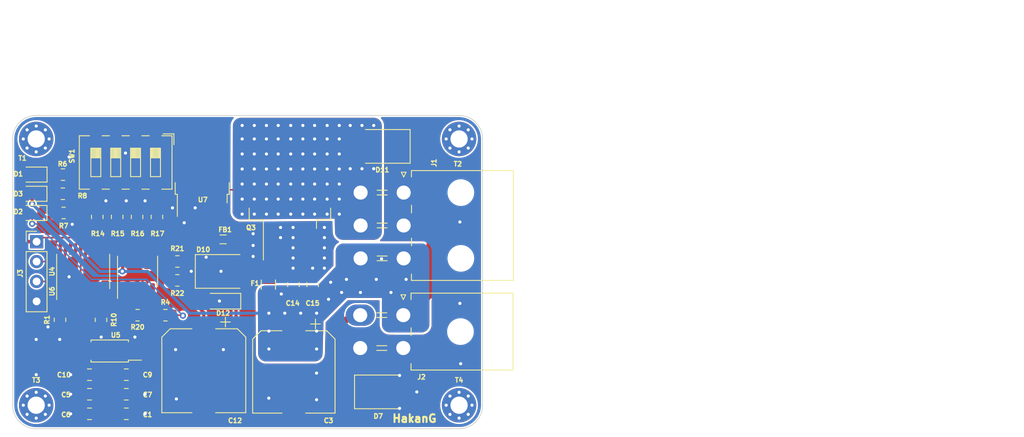
<source format=kicad_pcb>
(kicad_pcb (version 20210424) (generator pcbnew)
  (layers (0 "F.Cu" signal) (31 "B.Cu" signal) (34 "B.Paste" user) (35 "F.Paste" user) (36 "B.SilkS" user "B.Silkscreen") (37 "F.SilkS" user "F.Silkscreen") (38 "B.Mask" user) (39 "F.Mask" user) (44 "Edge.Cuts" user))
  (net 0 "")
  (net 1 "+3V3")
  (net 2 "Net-(C12-Pad1)")
  (net 3 "GND")
  (net 4 "Net-(R4-Pad1)")
  (net 5 "Net-(D1-Pad1)")
  (net 6 "Net-(D2-Pad1)")
  (net 7 "Net-(D3-Pad1)")
  (net 8 "/SWDIO")
  (net 9 "/SWDCLK")
  (net 12 "/MCU_IGN_OUT")
  (net 13 "/MCU_PULSE")
  (net 14 "/A")
  (net 15 "/B")
  (net 16 "/C")
  (net 17 "/D")
  (net 18 "/TX")
  (net 19 "/RX")
  (net 22 "Net-(R1-Pad2)")
  (net 23 "PULSE")
  (net 25 "IGN_OUT2")
  (net 27 "Net-(C3-Pad2)")
  (net 28 "Net-(D10-Pad2)")
  (net 29 "Net-(R20-Pad2)")
  (net 30 "Net-(R21-Pad1)")
  (net 33 "Vbat")
  (footprint "Resistor_SMD:R_0805_2012Metric" (layer "F.Cu") (at 128.70479 88.706 -90)
    (fp_text reference "R14")
    (fp_text value "10K")
  )
  (footprint "MountingHole:MountingHole_2.2mm_M2_Pad_Via" (layer "F.Cu") (at 120.90479 78.756)
    (fp_text reference "T1")
    (fp_text value "  ")
  )
  (footprint "Package_SO:SOIC-4_4.55x2.6mm_P1.27mm" (layer "F.Cu") (at 130.29479 105.832 180)
    (fp_text reference "U5")
    (fp_text value "TLP291")
  )
  (footprint "Capacitor_SMD:C_0805_2012Metric" (layer "F.Cu") (at 132.40479 108.856 180)
    (fp_text reference "C9")
    (fp_text value "100nF")
  )
  (footprint "Resistor_SMD:R_0805_2012Metric" (layer "F.Cu") (at 136.32479 88.706 -90)
    (fp_text reference "R17")
    (fp_text value "10K")
  )
  (footprint "Capacitor_SMD:C_0805_2012Metric" (layer "F.Cu") (at 127.70479 108.856 180)
    (fp_text reference "C10")
    (fp_text value "100nF")
  )
  (footprint "Inductor_SMD:L_0805_2012Metric" (layer "F.Cu") (at 144.77279 91.578 180)
    (fp_text reference "FB1")
    (fp_text value "100R")
  )
  (footprint "Connector_Molex:Molex_Mini-Fit_Jr_5569-04A2_2x02_P4.20mm_Horizontal" (layer "F.Cu") (at 167.77979 101.256 -90)
    (fp_text reference "J2")
    (fp_text value "HALL-SENS")
  )
  (footprint "Capacitor_SMD:CP_Elec_10x10" (layer "F.Cu") (at 153.80479 108.506 -90)
    (fp_text reference "C3")
    (fp_text value "470uF")
  )
  (footprint "Connector_Molex:Molex_Mini-Fit_Jr_5569-06A2_2x03_P4.20mm_Horizontal" (layer "F.Cu") (at 167.82979 85.606 -90)
    (fp_text reference "J1")
    (fp_text value "POWER")
  )
  (footprint "Diode_SMD:D_SMB" (layer "F.Cu") (at 144.77279 95.672)
    (fp_text reference "D10")
    (fp_text value "16,7V")
  )
  (footprint "Resistor_SMD:R_0805_2012Metric" (layer "F.Cu") (at 138.93079 96.818 180)
    (fp_text reference "R22")
    (fp_text value "10K")
  )
  (footprint "Button_Switch_SMD:SW_DIP_SPSTx04_Slide_6.7x11.72mm_W6.73mm_P2.54mm_LowProfile_JPin" (layer "F.Cu") (at 132.32679 81.756 -90)
    (fp_text reference "SW1")
    (fp_text value "SW_DIP_x04")
  )
  (footprint "Resistor_SMD:R_0805_2012Metric" (layer "F.Cu") (at 133.85079 101.26)
    (fp_text reference "R20")
    (fp_text value "220")
  )
  (footprint "Resistor_SMD:R_0805_2012Metric" (layer "F.Cu") (at 124.40479 88.206 180)
    (fp_text reference "R7")
    (fp_text value "330")
  )
  (footprint "Capacitor_SMD:C_0805_2012Metric" (layer "F.Cu") (at 127.704788 113.856 180)
    (fp_text reference "C6")
    (fp_text value "100nF")
  )
  (footprint "Fuse:Fuse_1206_3216Metric" (layer "F.Cu") (at 150.55479 97.356 90)
    (fp_text reference "F1")
    (fp_text value "Fuse")
  )
  (footprint "Capacitor_SMD:C_0805_2012Metric" (layer "F.Cu") (at 156.20279 97.356 90)
    (fp_text reference "C15")
    (fp_text value "100uF")
  )
  (footprint "Capacitor_SMD:C_0805_2012Metric" (layer "F.Cu") (at 127.70479 111.356 180)
    (fp_text reference "C5")
    (fp_text value "100nF")
  )
  (footprint "Resistor_SMD:R_0805_2012Metric" (layer "F.Cu") (at 124.31729 83.306 180)
    (fp_text reference "R6")
    (fp_text value "330")
  )
  (footprint "Diode_SMD:D_SOD-123" (layer "F.Cu") (at 144.77279 99.472 180)
    (fp_text reference "D12")
    (fp_text value "12V")
  )
  (footprint "Resistor_SMD:R_0805_2012Metric" (layer "F.Cu") (at 131.24479 88.706 -90)
    (fp_text reference "R15")
    (fp_text value "10K")
  )
  (footprint "Capacitor_SMD:CP_Elec_10x10.5" (layer "F.Cu") (at 142.30479 108.356 -90)
    (fp_text reference "C12")
    (fp_text value "1000uF")
  )
  (footprint "LED_SMD:LED_0805_2012Metric" (layer "F.Cu") (at 120.60479 83.306 180)
    (fp_text reference "D1")
    (fp_text value "LED")
  )
  (footprint "MountingHole:MountingHole_2.2mm_M2_Pad_Via" (layer "F.Cu") (at 174.90479 112.756)
    (fp_text reference "T4")
    (fp_text value "  ")
  )
  (footprint "Package_SO:TSSOP-20_4.4x6.5mm_P0.65mm" (layer "F.Cu") (at 126.90479 95.672 90)
    (fp_text reference "U4")
    (fp_text value "STM32L031F4Px")
  )
  (footprint "LED_SMD:LED_0805_2012Metric" (layer "F.Cu") (at 120.59229 88.206 180)
    (fp_text reference "D2")
    (fp_text value "LED")
  )
  (footprint "LED_SMD:LED_0805_2012Metric" (layer "F.Cu") (at 120.59229 85.756 180)
    (fp_text reference "D3")
    (fp_text value "LED")
  )
  (footprint "Resistor_SMD:R_0805_2012Metric" (layer "F.Cu") (at 133.78479 88.706 -90)
    (fp_text reference "R16")
    (fp_text value "10K")
  )
  (footprint "MountingHole:MountingHole_2.2mm_M2_Pad_Via" (layer "F.Cu") (at 120.90479 112.756)
    (fp_text reference "T3")
    (fp_text value "  ")
  )
  (footprint "Resistor_SMD:R_0805_2012Metric" (layer "F.Cu") (at 137.40679 101.26)
    (fp_text reference "R4")
    (fp_text value "330")
  )
  (footprint "Capacitor_SMD:C_0805_2012Metric" (layer "F.Cu") (at 153.75279 97.356 90)
    (fp_text reference "C14")
    (fp_text value "100uF")
  )
  (footprint "Connector_PinHeader_2.54mm:PinHeader_1x04_P2.54mm_Vertical" (layer "F.Cu") (at 120.95479 91.872)
    (fp_text reference "J3")
    (fp_text value "Conn_01x04")
  )
  (footprint "Resistor_SMD:R_0805_2012Metric" (layer "F.Cu") (at 138.93079 94.402)
    (fp_text reference "R21")
    (fp_text value "33")
  )
  (footprint "MountingHole:MountingHole_2.2mm_M2_Pad_Via" (layer "F.Cu") (at 174.90479 78.756)
    (fp_text reference "T2")
    (fp_text value "  ")
  )
  (footprint "Package_SO:SOIC-8_3.9x4.9mm_P1.27mm" (layer "F.Cu") (at 133.85079 95.672 90)
    (fp_text reference "U6")
    (fp_text value "TLP250")
  )
  (footprint "Diode_SMD:D_SMB" (layer "F.Cu") (at 165.10479 79.706 180)
    (fp_text reference "D11")
    (fp_text value "SMB 2A")
  )
  (footprint "Package_TO_SOT_SMD:TO-252-2" (layer "F.Cu") (at 142.10479 83.356 90)
    (fp_text reference "U7")
    (fp_text value "LM1117-3.3")
  )
  (footprint "Resistor_SMD:R_0805_2012Metric" (layer "F.Cu") (at 123.94479 101.8435 90)
    (fp_text reference "R1")
    (fp_text value "4K7")
  )
  (footprint "Package_TO_SOT_SMD:TO-263-2" (layer "F.Cu") (at 153.30479 86.131 90)
    (fp_text reference "Q3")
    (fp_text value "BUK9640")
  )
  (footprint "Resistor_SMD:R_0805_2012Metric" (layer "F.Cu") (at 129.17979 101.856 -90)
    (fp_text reference "R10")
    (fp_text value "1K")
  )
  (footprint "Diode_SMD:D_SMB" (layer "F.Cu") (at 165.10479 111.056)
    (fp_text reference "D7")
    (fp_text value "16,7V")
  )
  (footprint "Resistor_SMD:R_0805_2012Metric" (layer "F.Cu") (at 124.30479 85.756 180)
    (fp_text reference "R8")
    (fp_text value "330")
  )
  (footprint "Capacitor_SMD:C_0805_2012Metric" (layer "F.Cu") (at 132.40479 111.356)
    (fp_text reference "C7")
    (fp_text value "47nF")
  )
  (footprint "Capacitor_SMD:C_0805_2012Metric" (layer "F.Cu") (at 132.40479 113.856)
    (fp_text reference "C1")
    (fp_text value "100uF")
  )
  (gr_line (start 177.90479 78.756) (end 177.90479 112.756) (layer "Edge.Cuts") (width 0.1))
  (gr_arc (start 174.90479 112.756) (end 177.90479 112.756) (angle 90) (layer "Edge.Cuts") (width 0.1))
  (gr_line (start 117.90479 112.756) (end 117.90479 78.756) (layer "Edge.Cuts") (width 0.1))
  (gr_line (start 120.90479 75.756) (end 174.90479 75.756) (layer "Edge.Cuts") (width 0.1))
  (gr_line (start 174.90479 115.756) (end 120.90479 115.756) (layer "Edge.Cuts") (width 0.1))
  (gr_arc (start 174.90479 78.756) (end 177.90479 78.756) (angle -90) (layer "Edge.Cuts") (width 0.1))
  (gr_arc (start 120.90479 78.756) (end 117.90479 78.756) (angle 90) (layer "Edge.Cuts") (width 0.1))
  (gr_arc (start 120.90479 112.756) (end 120.90479 115.756) (angle 90) (layer "Edge.Cuts") (width 0.1))
  (gr_text "HakanG" (at 169.20479 114.456) (layer "F.SilkS") (effects (font (size 1 1) (thickness 0.25))))
  (segment (start 131.05679 78.391) (end 128.51679 78.391) (width 0.5) (layer "F.Cu") (net 1))
  (segment (start 126.57979 100.149) (end 126.57979 98.5345) (width 0.2) (layer "F.Cu") (net 1))
  (segment (start 118.61079 90.592) (end 119.89079 91.872) (width 0.4) (layer "F.Cu") (net 1))
  (segment (start 122.09131 82.03148) (end 120.94181 82.03148) (width 0.5) (layer "F.Cu") (net 1))
  (segment (start 128.51679 78.391) (end 125.73179 78.391) (width 0.5) (layer "F.Cu") (net 1))
  (segment (start 127.84479 106.467) (end 127.04479 106.467) (width 0.4) (layer "F.Cu") (net 1))
  (segment (start 120.51579 106.467) (end 127.04479 106.467) (width 0.4) (layer "F.Cu") (net 1))
  (segment (start 125.73179 78.391) (end 122.09131 82.03148) (width 0.5) (layer "F.Cu") (net 1))
  (segment (start 140.50979 81.261) (end 137.63979 78.391) (width 0.75) (layer "F.Cu") (net 1))
  (segment (start 128.654788 113.856) (end 131.45479 113.856) (width 0.4) (layer "F.Cu") (net 1))
  (segment (start 131.45479 113.856) (end 131.45479 111.356) (width 0.4) (layer "F.Cu") (net 1))
  (segment (start 126.57979 98.5345) (end 126.57979 92.8095) (width 0.2) (layer "F.Cu") (net 1))
  (segment (start 119.20479 92.556) (end 118.60479 93.156) (width 0.4) (layer "F.Cu") (net 1))
  (segment (start 121.40479 91.354) (end 126.23079 91.354) (width 0.2) (layer "F.Cu") (net 1))
  (segment (start 118.61079 83.79425) (end 118.61079 90.592) (width 0.4) (layer "F.Cu") (net 1))
  (segment (start 137.63979 78.391) (end 136.13679 78.391) (width 0.75) (layer "F.Cu") (net 1))
  (segment (start 136.13679 78.391) (end 133.59679 78.391) (width 0.5) (layer "F.Cu") (net 1))
  (segment (start 126.23079 91.354) (end 126.57979 91.703) (width 0.2) (layer "F.Cu") (net 1))
  (segment (start 128.65479 111.356) (end 128.65479 113.855998) (width 0.4) (layer "F.Cu") (net 1))
  (segment (start 128.65479 113.855998) (end 128.654788 113.856) (width 0.2) (layer "F.Cu") (net 1))
  (segment (start 118.60479 93.156) (end 118.60479 104.556) (width 0.4) (layer "F.Cu") (net 1))
  (segment (start 141.90479 81.261) (end 140.50979 81.261) (width 0.75) (layer "F.Cu") (net 1))
  (segment (start 121.05431 91.77248) (end 121.05431 91.70448) (width 0.2) (layer "F.Cu") (net 1))
  (segment (start 119.20679 92.556) (end 119.89079 91.872) (width 0.4) (layer "F.Cu") (net 1))
  (segment (start 125.46879 106.34) (end 125.46879 101.26) (width 0.2) (layer "F.Cu") (net 1))
  (segment (start 119.89079 91.872) (end 120.95479 91.872) (width 0.4) (layer "F.Cu") (net 1))
  (segment (start 127.84479 106.467) (end 128.65479 107.277) (width 0.4) (layer "F.Cu") (net 1))
  (segment (start 119.66729 83.306) (end 119.09904 83.306) (width 0.4) (layer "F.Cu") (net 1))
  (segment (start 125.46879 101.26) (end 126.57979 100.149) (width 0.2) (layer "F.Cu") (net 1))
  (segment (start 119.09904 83.306) (end 118.61079 83.79425) (width 0.4) (layer "F.Cu") (net 1))
  (segment (start 125.59579 106.467) (end 125.46879 106.34) (width 0.2) (layer "F.Cu") (net 1))
  (segment (start 126.57979 91.703) (end 126.57979 92.8095) (width 0.2) (layer "F.Cu") (net 1))
  (segment (start 118.60479 104.556) (end 120.51579 106.467) (width 0.4) (layer "F.Cu") (net 1))
  (segment (start 128.65479 108.856) (end 128.65479 111.356) (width 0.4) (layer "F.Cu") (net 1))
  (segment (start 128.65479 107.277) (end 128.65479 108.856) (width 0.4) (layer "F.Cu") (net 1))
  (segment (start 121.05431 91.70448) (end 121.40479 91.354) (width 0.2) (layer "F.Cu") (net 1))
  (segment (start 120.94181 82.03148) (end 119.66729 83.306) (width 0.5) (layer "F.Cu") (net 1))
  (segment (start 119.20479 92.556) (end 119.20679 92.556) (width 0.4) (layer "F.Cu") (net 1))
  (segment (start 133.59679 78.391) (end 131.05679 78.391) (width 0.5) (layer "F.Cu") (net 1))
  (segment (start 127.04479 106.467) (end 125.59579 106.467) (width 0.2) (layer "F.Cu") (net 1))
  (segment (start 120.95479 91.872) (end 121.05431 91.77248) (width 0.2) (layer "F.Cu") (net 1))
  (segment (start 144.00479 91.2835) (end 144.00479 87.936) (width 1) (layer "F.Cu") (net 2))
  (segment (start 138.93127 97.544112) (end 138.93127 93.38552) (width 0.4) (layer "F.Cu") (net 2))
  (segment (start 142.30479 100.917632) (end 138.93127 97.544112) (width 0.4) (layer "F.Cu") (net 2))
  (segment (start 143.71029 91.578) (end 144.00479 91.2835) (width 1) (layer "F.Cu") (net 2))
  (segment (start 140.73879 91.578) (end 143.71029 91.578) (width 0.4) (layer "F.Cu") (net 2))
  (segment (start 142.30479 104.156) (end 142.30479 100.917632) (width 0.4) (layer "F.Cu") (net 2))
  (segment (start 144.00479 87.936) (end 144.38479 87.556) (width 1) (layer "F.Cu") (net 2))
  (segment (start 138.93127 93.38552) (end 140.73879 91.578) (width 0.4) (layer "F.Cu") (net 2))
  (via (at 144.50479 95.656) (size 0.8) (drill 0.4) (layers "F.Cu" "B.Cu") (net 3))
  (via (at 156.70479 112.056) (size 0.8) (drill 0.4) (layers "F.Cu" "B.Cu") (net 3))
  (via (at 120.90479 104.356) (size 0.8) (drill 0.4) (layers "F.Cu" "B.Cu") (net 3))
  (via (at 144.80479 105.656) (size 0.8) (drill 0.4) (layers "F.Cu" "B.Cu") (net 3))
  (via (at 133.50479 104.056) (size 0.8) (drill 0.4) (layers "F.Cu" "B.Cu") (net 3))
  (via (at 138.80479 111.956) (size 0.8) (drill 0.4) (layers "F.Cu" "B.Cu") (net 3))
  (via (at 175.00479 89.356) (size 0.8) (drill 0.4) (layers "F.Cu" "B.Cu") (net 3))
  (via (at 157.70479 92.656) (size 0.8) (drill 0.4) (layers "F.Cu" "B.Cu") (net 3))
  (via (at 157.70479 91.356) (size 0.8) (drill 0.4) (layers "F.Cu" "B.Cu") (net 3))
  (via (at 120.90479 108.856) (size 0.8) (drill 0.4) (layers "F.Cu" "B.Cu") (net 3))
  (via (at 125.10479 96.356) (size 0.8) (drill 0.4) (layers "F.Cu" "B.Cu") (net 3))
  (via (at 140.70479 95.656) (size 0.8) (drill 0.4) (layers "F.Cu" "B.Cu") (net 3))
  (via (at 125.30479 111.356) (size 0.8) (drill 0.4) (layers "F.Cu" "B.Cu") (net 3))
  (via (at 125.10479 81.056) (size 0.8) (drill 0.4) (layers "F.Cu" "B.Cu") (net 3))
  (via (at 132.40479 86.656) (size 0.8) (drill 0.4) (layers "F.Cu" "B.Cu") (net 3))
  (via (at 122.40479 102.756) (size 0.8) (drill 0.4) (layers "F.Cu" "B.Cu") (net 3))
  (via (at 138.70479 105.656) (size 0.8) (drill 0.4) (layers "F.Cu" "B.Cu") (net 3))
  (via (at 167.30479 113.156) (size 0.8) (drill 0.4) (layers "F.Cu" "B.Cu") (net 3))
  (via (at 129.80479 86.656) (size 0.8) (drill 0.4) (layers "F.Cu" "B.Cu") (net 3))
  (via (at 157.70479 90.056) (size 0.8) (drill 0.4) (layers "F.Cu" "B.Cu") (net 3))
  (via (at 153.70479 93.956) (size 0.8) (drill 0.4) (layers "F.Cu" "B.Cu") (net 3))
  (via (at 169.50479 111.056) (size 0.8) (drill 0.4) (layers "F.Cu" "B.Cu") (net 3))
  (via (at 175.10479 107.456) (size 0.8) (drill 0.4) (layers "F.Cu" "B.Cu") (net 3))
  (via (at 125.50479 89.656) (size 0.8) (drill 0.4) (layers "F.Cu" "B.Cu") (net 3))
  (via (at 125.30479 108.856) (size 0.8) (drill 0.4) (layers "F.Cu" "B.Cu") (net 3))
  (via (at 167.30479 108.956) (size 0.8) (drill 0.4) (layers "F.Cu" "B.Cu") (net 3))
  (via (at 153.70479 90.056) (size 0.8) (drill 0.4) (layers "F.Cu" "B.Cu") (net 3))
  (via (at 148.60479 90.856) (size 0.8) (drill 0.4) (layers "F.Cu" "B.Cu") (net 3))
  (via (at 152.10479 90.056) (size 0.8) (drill 0.4) (layers "F.Cu" "B.Cu") (net 3))
  (via (at 123.90479 104.356) (size 0.8) (drill 0.4) (layers "F.Cu" "B.Cu") (net 3))
  (via (at 139.80479 89.456) (size 0.8) (drill 0.4) (layers "F.Cu" "B.Cu") (net 3))
  (via (at 175.00479 99.756) (size 0.8) (drill 0.4) (layers "F.Cu" "B.Cu") (net 3))
  (via (at 153.70479 91.356) (size 0.8) (drill 0.4) (layers "F.Cu" "B.Cu") (net 3))
  (via (at 141.20479 87.556) (size 0.8) (drill 0.4) (layers "F.Cu" "B.Cu") (net 3))
  (via (at 157.70479 95.256) (size 0.8) (drill 0.4) (layers "F.Cu" "B.Cu") (net 3))
  (via (at 138.30479 87.556) (size 0.8) (drill 0.4) (layers "F.Cu" "B.Cu") (net 3))
  (via (at 156.70479 108.656) (size 0.8) (drill 0.4) (layers "F.Cu" "B.Cu") (net 3))
  (via (at 152.10479 91.356) (size 0.8) (drill 0.4) (layers "F.Cu" "B.Cu") (net 3))
  (via (at 129.20479 104.056) (size 0.8) (drill 0.4) (layers "F.Cu" "B.Cu") (net 3))
  (via (at 144.30479 99.456) (size 0.8) (drill 0.4) (layers "F.Cu" "B.Cu") (net 3))
  (via (at 153.70479 95.256) (size 0.8) (drill 0.4) (layers "F.Cu" "B.Cu") (net 3))
  (via (at 125.30479 113.856) (size 0.8) (drill 0.4) (layers "F.Cu" "B.Cu") (net 3))
  (via (at 132.30479 80.556) (size 0.8) (drill 0.4) (layers "F.Cu" "B.Cu") (net 3))
  (via (at 148.60479 92.356) (size 0.8) (drill 0.4) (layers "F.Cu" "B.Cu") (net 3))
  (via (at 134.80479 86.656) (size 0.8) (drill 0.4) (layers "F.Cu" "B.Cu") (net 3))
  (via (at 134.80479 111.356) (size 0.8) (drill 0.4) (layers "F.Cu" "B.Cu") (net 3))
  (via (at 142.60479 93.856) (size 0.8) (drill 0.4) (layers "F.Cu" "B.Cu") (net 3))
  (via (at 156.20479 95.256) (size 0.8) (drill 0.4) (layers "F.Cu" "B.Cu") (net 3))
  (via (at 157.70479 93.956) (size 0.8) (drill 0.4) (layers "F.Cu" "B.Cu") (net 3))
  (via (at 150.60479 111.856) (size 0.8) (drill 0.4) (layers "F.Cu" "B.Cu") (net 3))
  (via (at 153.70479 92.656) (size 0.8) (drill 0.4) (layers "F.Cu" "B.Cu") (net 3))
  (via (at 148.60479 93.756) (size 0.8) (drill 0.4) (layers "F.Cu" "B.Cu") (net 3))
  (via (at 134.80479 113.856) (size 0.8) (drill 0.4) (layers "F.Cu" "B.Cu") (net 3))
  (segment (start 136.39079 101.3635) (end 136.49429 101.26) (width 0.2) (layer "F.Cu") (net 4))
  (segment (start 134.34479 106.467) (end 136.39079 104.421) (width 0.2) (layer "F.Cu") (net 4))
  (segment (start 136.39079 104.421) (end 136.39079 101.3635) (width 0.2) (layer "F.Cu") (net 4))
  (segment (start 133.54479 106.467) (end 134.34479 106.467) (width 0.2) (layer "F.Cu") (net 4))
  (segment (start 123.59229 83.306) (end 121.54229 83.306) (width 0.2) (layer "F.Cu") (net 5))
  (segment (start 123.67979 88.206) (end 121.52979 88.206) (width 0.2) (layer "F.Cu") (net 6))
  (segment (start 123.57979 85.756) (end 121.52979 85.756) (width 0.2) (layer "F.Cu") (net 7))
  (segment (start 120.95479 96.952) (end 122.156871 96.952) (width 0.2) (layer "F.Cu") (net 8))
  (segment (start 122.156871 96.952) (end 124.62979 94.479081) (width 0.2) (layer "F.Cu") (net 8))
  (segment (start 124.62979 94.479081) (end 124.62979 92.8095) (width 0.2) (layer "F.Cu") (net 8))
  (segment (start 120.95479 94.412) (end 122.37729 94.412) (width 0.2) (layer "F.Cu") (net 9))
  (segment (start 122.37729 94.412) (end 123.97979 92.8095) (width 0.2) (layer "F.Cu") (net 9))
  (segment (start 130.80279 97.704) (end 130.80279 100.752) (width 0.2) (layer "F.Cu") (net 12))
  (segment (start 131.31079 101.26) (end 132.93829 101.26) (width 0.2) (layer "F.Cu") (net 12))
  (segment (start 129.38479 96.942) (end 130.04079 96.942) (width 0.2) (layer "F.Cu") (net 12))
  (segment (start 130.80279 100.752) (end 131.31079 101.26) (width 0.2) (layer "F.Cu") (net 12))
  (segment (start 130.04079 96.942) (end 130.80279 97.704) (width 0.2) (layer "F.Cu") (net 12))
  (segment (start 128.52979 98.5345) (end 128.52979 97.797) (width 0.2) (layer "F.Cu") (net 12))
  (segment (start 128.52979 97.797) (end 129.38479 96.942) (width 0.2) (layer "F.Cu") (net 12))
  (segment (start 127.81729 100.9435) (end 127.04479 101.716) (width 0.2) (layer "F.Cu") (net 13))
  (segment (start 129.17979 100.9435) (end 129.17979 98.5345) (width 0.2) (layer "F.Cu") (net 13))
  (segment (start 127.04479 101.716) (end 127.04479 105.197) (width 0.2) (layer "F.Cu") (net 13))
  (segment (start 129.17979 100.9435) (end 127.81729 100.9435) (width 0.2) (layer "F.Cu") (net 13))
  (segment (start 127.87979 92.8095) (end 127.87979 91.225) (width 0.2) (layer "F.Cu") (net 14))
  (segment (start 127.75929 87.7935) (end 128.70479 87.7935) (width 0.2) (layer "F.Cu") (net 14))
  (segment (start 128.70479 87.7935) (end 128.70479 85.309) (width 0.2) (layer "F.Cu") (net 14))
  (segment (start 126.99279 90.338) (end 126.99279 88.56) (width 0.2) (layer "F.Cu") (net 14))
  (segment (start 126.99279 88.56) (end 127.75929 87.7935) (width 0.2) (layer "F.Cu") (net 14))
  (segment (start 128.70479 85.309) (end 128.51679 85.121) (width 0.2) (layer "F.Cu") (net 14))
  (segment (start 127.87979 91.225) (end 126.99279 90.338) (width 0.2) (layer "F.Cu") (net 14))
  (segment (start 129.70431 89.33398) (end 131.24479 87.7935) (width 0.2) (layer "F.Cu") (net 15))
  (segment (start 129.70431 90.42048) (end 129.70431 89.33398) (width 0.2) (layer "F.Cu") (net 15))
  (segment (start 128.52979 91.595) (end 129.70431 90.42048) (width 0.2) (layer "F.Cu") (net 15))
  (segment (start 131.05679 87.6055) (end 131.24479 87.7935) (width 0.2) (layer "F.Cu") (net 15))
  (segment (start 128.52979 92.8095) (end 128.52979 91.595) (width 0.2) (layer "F.Cu") (net 15))
  (segment (start 131.05679 85.121) (end 131.05679 87.6055) (width 0.2) (layer "F.Cu") (net 15))
  (segment (start 132.58079 89.77921) (end 132.58079 88.9975) (width 0.2) (layer "F.Cu") (net 16))
  (segment (start 129.17979 92.8095) (end 129.17979 92.072) (width 0.2) (layer "F.Cu") (net 16))
  (segment (start 129.17979 92.072) (end 130.65979 90.592) (width 0.2) (layer "F.Cu") (net 16))
  (segment (start 133.59679 85.121) (end 133.59679 87.6055) (width 0.2) (layer "F.Cu") (net 16))
  (segment (start 132.58079 88.9975) (end 133.78479 87.7935) (width 0.2) (layer "F.Cu") (net 16))
  (segment (start 130.65979 90.592) (end 131.768 90.592) (width 0.2) (layer "F.Cu") (net 16))
  (segment (start 131.768 90.592) (end 132.58079 89.77921) (width 0.2) (layer "F.Cu") (net 16))
  (segment (start 133.59679 87.6055) (end 133.78479 87.7935) (width 0.2) (layer "F.Cu") (net 16))
  (segment (start 131.53929 91.1) (end 133.8 91.1) (width 0.2) (layer "F.Cu") (net 17))
  (segment (start 135.12079 89.77921) (end 135.12079 88.9975) (width 0.2) (layer "F.Cu") (net 17))
  (segment (start 133.8 91.1) (end 135.12079 89.77921) (width 0.2) (layer "F.Cu") (net 17))
  (segment (start 135.12079 88.9975) (end 136.32479 87.7935) (width 0.2) (layer "F.Cu") (net 17))
  (segment (start 129.82979 92.8095) (end 131.53929 91.1) (width 0.2) (layer "F.Cu") (net 17))
  (segment (start 136.13679 85.121) (end 136.13679 87.6055) (width 0.2) (layer "F.Cu") (net 17))
  (segment (start 136.13679 87.6055) (end 136.32479 87.7935) (width 0.2) (layer "F.Cu") (net 17))
  (segment (start 123.94479 100.931) (end 123.94479 98.5695) (width 0.2) (layer "F.Cu") (net 22))
  (segment (start 123.94479 98.5695) (end 123.97979 98.5345) (width 0.2) (layer "F.Cu") (net 22))
  (segment (start 133.62079 108.856) (end 133.35479 108.856) (width 0.2) (layer "F.Cu") (net 23))
  (segment (start 161.60479 111.056) (end 159.20479 108.656) (width 0.8) (layer "F.Cu") (net 23))
  (segment (start 120.38879 88.94) (end 119.65479 88.206) (width 0.2) (layer "F.Cu") (net 23))
  (segment (start 149.59879 114.976) (end 143.47879 108.856) (width 0.2) (layer "F.Cu") (net 23))
  (segment (start 161.10479 101.256) (end 162.27979 101.256) (width 0.8) (layer "F.Cu") (net 23))
  (segment (start 156.20279 114.976) (end 149.59879 114.976) (width 0.2) (layer "F.Cu") (net 23))
  (segment (start 139.578126 101.26) (end 139.635458 101.317332) (width 0.2) (layer "F.Cu") (net 23))
  (segment (start 162.95479 111.056) (end 162.65479 111.356) (width 0.2) (layer "F.Cu") (net 23))
  (segment (start 159.20479 108.656) (end 159.20479 103.156) (width 0.8) (layer "F.Cu") (net 23))
  (segment (start 138.31929 104.1575) (end 133.62079 108.856) (width 0.2) (layer "F.Cu") (net 23))
  (segment (start 138.31929 101.26) (end 138.31929 104.1575) (width 0.2) (layer "F.Cu") (net 23))
  (segment (start 120.38879 89.576) (end 120.38879 88.94) (width 0.2) (layer "F.Cu") (net 23))
  (segment (start 138.31929 101.26) (end 139.578126 101.26) (width 0.2) (layer "F.Cu") (net 23))
  (segment (start 162.95479 111.056) (end 161.60479 111.056) (width 0.8) (layer "F.Cu") (net 23))
  (segment (start 162.65479 111.156) (end 160.02279 111.156) (width 0.2) (layer "F.Cu") (net 23))
  (segment (start 160.02279 111.156) (end 156.20279 114.976) (width 0.2) (layer "F.Cu") (net 23))
  (segment (start 159.20479 103.156) (end 161.10479 101.256) (width 0.8) (layer "F.Cu") (net 23))
  (segment (start 143.47879 108.856) (end 133.35479 108.856) (width 0.2) (layer "F.Cu") (net 23))
  (via (at 139.635458 101.317332) (size 0.8) (drill 0.4) (layers "F.Cu" "B.Cu") (net 23))
  (via (at 120.38879 89.576) (size 0.8) (drill 0.4) (layers "F.Cu" "B.Cu") (net 23))
  (segment (start 120.89791 89.576) (end 120.38879 89.576) (width 0.2) (layer "B.Cu") (net 23))
  (segment (start 128.00991 96.688) (end 120.89791 89.576) (width 0.2) (layer "B.Cu") (net 23))
  (segment (start 139.635458 101.317332) (end 135.006126 96.688) (width 0.2) (layer "B.Cu") (net 23))
  (segment (start 131.31079 96.688) (end 128.00991 96.688) (width 0.2) (layer "B.Cu") (net 23))
  (segment (start 135.006126 96.688) (end 131.31079 96.688) (width 0.2) (layer "B.Cu") (net 23))
  (segment (start 138.92879 85.256) (end 146.80279 85.256) (width 0.2) (layer "F.Cu") (net 25))
  (segment (start 146.80279 85.256) (end 147.20479 85.658) (width 0.2) (layer "F.Cu") (net 25))
  (segment (start 125.40479 85.706) (end 125.40479 85.556) (width 0.2) (layer "F.Cu") (net 25))
  (segment (start 125.40479 85.556) (end 128.49679 82.464) (width 0.2) (layer "F.Cu") (net 25))
  (segment (start 136.13679 82.464) (end 138.92879 85.256) (width 0.2) (layer "F.Cu") (net 25))
  (segment (start 147.20479 85.658) (end 147.20479 86.436) (width 0.2) (layer "F.Cu") (net 25))
  (segment (start 128.49679 82.464) (end 136.13679 82.464) (width 0.2) (layer "F.Cu") (net 25))
  (via (at 158.054789 84.516) (size 0.8) (drill 0.4) (layers "F.Cu" "B.Cu") (net 25))
  (via (at 148.75479 82.596) (size 0.8) (drill 0.4) (layers "F.Cu" "B.Cu") (net 25))
  (via (at 148.75479 80.676) (size 0.8) (drill 0.4) (layers "F.Cu" "B.Cu") (net 25))
  (via (at 151.80479 88.356) (size 0.8) (drill 0.4) (layers "F.Cu" "B.Cu") (net 25))
  (via (at 151.80479 77.030999) (size 0.8) (drill 0.4) (layers "F.Cu" "B.Cu") (net 25))
  (via (at 159.60479 86.436) (size 0.8) (drill 0.4) (layers "F.Cu" "B.Cu") (net 25))
  (via (at 151.80479 84.516) (size 0.8) (drill 0.4) (layers "F.Cu" "B.Cu") (net 25))
  (via (at 151.80479 82.596) (size 0.8) (drill 0.4) (layers "F.Cu" "B.Cu") (net 25))
  (via (at 151.80479 78.756) (size 0.8) (drill 0.4) (layers "F.Cu" "B.Cu") (net 25))
  (via (at 154.95479 78.756) (size 0.8) (drill 0.4) (layers "F.Cu" "B.Cu") (net 25))
  (via (at 148.75479 86.436) (size 0.8) (drill 0.4) (layers "F.Cu" "B.Cu") (net 25))
  (via (at 154.95479 77.030999) (size 0.8) (drill 0.4) (layers "F.Cu" "B.Cu") (net 25))
  (via (at 156.45479 86.436) (size 0.8) (drill 0.4) (layers "F.Cu" "B.Cu") (net 25))
  (via (at 161.00479 82.556) (size 0.8) (drill 0.4) (layers "F.Cu" "B.Cu") (net 25))
  (via (at 159.60479 80.676) (size 0.8) (drill 0.4) (layers "F.Cu" "B.Cu") (net 25))
  (via (at 158.054789 78.756) (size 0.8) (drill 0.4) (layers "F.Cu" "B.Cu") (net 25))
  (via (at 153.40479 84.516) (size 0.8) (drill 0.4) (layers "F.Cu" "B.Cu") (net 25))
  (via (at 153.40479 82.596) (size 0.8) (drill 0.4) (layers "F.Cu" "B.Cu") (net 25))
  (via (at 154.95479 82.596) (size 0.8) (drill 0.4) (layers "F.Cu" "B.Cu") (net 25))
  (via (at 150.30479 82.596) (size 0.8) (drill 0.4) (layers "F.Cu" "B.Cu") (net 25))
  (via (at 154.95479 80.676) (size 0.8) (drill 0.4) (layers "F.Cu" "B.Cu") (net 25))
  (via (at 150.30479 77.030999) (size 0.8) (drill 0.4) (layers "F.Cu" "B.Cu") (net 25))
  (via (at 159.60479 88.356) (size 0.8) (drill 0.4) (layers "F.Cu" "B.Cu") (net 25))
  (via (at 154.95479 86.436) (size 0.8) (drill 0.4) (layers "F.Cu" "B.Cu") (net 25))
  (via (at 147.20479 77.030999) (size 0.8) (drill 0.4) (layers "F.Cu" "B.Cu") (net 25))
  (via (at 158.054789 88.356) (size 0.8) (drill 0.4) (layers "F.Cu" "B.Cu") (net 25))
  (via (at 164.00479 82.556) (size 0.8) (drill 0.4) (layers "F.Cu" "B.Cu") (net 25))
  (via (at 148.75479 84.516) (size 0.8) (drill 0.4) (layers "F.Cu" "B.Cu") (net 25))
  (via (at 154.95479 84.516) (size 0.8) (drill 0.4) (layers "F.Cu" "B.Cu") (net 25))
  (via (at 164.00479 77.030999) (size 0.8) (drill 0.4) (layers "F.Cu" "B.Cu") (net 25))
  (via (at 162.50479 77.030999) (size 0.8) (drill 0.4) (layers "F.Cu" "B.Cu") (net 25))
  (via (at 158.054789 82.596) (size 0.8) (drill 0.4) (layers "F.Cu" "B.Cu") (net 25))
  (via (at 151.80479 86.436) (size 0.8) (drill 0.4) (layers "F.Cu" "B.Cu") (net 25))
  (via (at 148.75479 88.356) (size 0.8) (drill 0.4) (layers "F.Cu" "B.Cu") (net 25))
  (via (at 161.00479 77.030999) (size 0.8) (drill 0.4) (layers "F.Cu" "B.Cu") (net 25))
  (via (at 147.20479 80.676) (size 0.8) (drill 0.4) (layers "F.Cu" "B.Cu") (net 25))
  (via (at 148.75479 77.030999) (size 0.8) (drill 0.4) (layers "F.Cu" "B.Cu") (net 25))
  (via (at 151.80479 80.676) (size 0.8) (drill 0.4) (layers "F.Cu" "B.Cu") (net 25))
  (via (at 156.45479 82.596) (size 0.8) (drill 0.4) (layers "F.Cu" "B.Cu") (net 25))
  (via (at 156.45479 88.356) (size 0.8) (drill 0.4) (layers "F.Cu" "B.Cu") (net 25))
  (via (at 156.45479 78.756) (size 0.8) (drill 0.4) (layers "F.Cu" "B.Cu") (net 25))
  (via (at 147.20479 86.436) (size 0.8) (drill 0.4) (layers "F.Cu" "B.Cu") (net 25))
  (via (at 153.40479 78.756) (size 0.8) (drill 0.4) (layers "F.Cu" "B.Cu") (net 25))
  (via (at 147.20479 82.596) (size 0.8) (drill 0.4) (layers "F.Cu" "B.Cu") (net 25))
  (via (at 153.40479 86.436) (size 0.8) (drill 0.4) (layers "F.Cu" "B.Cu") (net 25))
  (via (at 158.054789 86.436) (size 0.8) (drill 0.4) (layers "F.Cu" "B.Cu") (net 25))
  (via (at 156.45479 77.030999) (size 0.8) (drill 0.4) (layers "F.Cu" "B.Cu") (net 25))
  (via (at 156.45479 84.516) (size 0.8) (drill 0.4) (layers "F.Cu" "B.Cu") (net 25))
  (via (at 150.30479 80.676) (size 0.8) (drill 0.4) (layers "F.Cu" "B.Cu") (net 25))
  (via (at 159.60479 78.756) (size 0.8) (drill 0.4) (layers "F.Cu" "B.Cu") (net 25))
  (via (at 147.20479 84.516) (size 0.8) (drill 0.4) (layers "F.Cu" "B.Cu") (net 25))
  (via (at 158.054789 77.030999) (size 0.8) (drill 0.4) (layers "F.Cu" "B.Cu") (net 25))
  (via (at 150.30479 84.516) (size 0.8) (drill 0.4) (layers "F.Cu" "B.Cu") (net 25))
  (via (at 153.40479 88.356) (size 0.8) (drill 0.4) (layers "F.Cu" "B.Cu") (net 25))
  (via (at 154.95479 88.356) (size 0.8) (drill 0.4) (layers "F.Cu" "B.Cu") (net 25))
  (via (at 159.60479 84.516) (size 0.8) (drill 0.4) (layers "F.Cu" "B.Cu") (net 25))
  (via (at 150.30479 88.356) (size 0.8) (drill 0.4) (layers "F.Cu" "B.Cu") (net 25))
  (via (at 148.75479 78.756) (size 0.8) (drill 0.4) (layers "F.Cu" "B.Cu") (net 25))
  (via (at 150.30479 78.756) (size 0.8) (drill 0.4) (layers "F.Cu" "B.Cu") (net 25))
  (via (at 153.40479 80.676) (size 0.8) (drill 0.4) (layers "F.Cu" "B.Cu") (net 25))
  (via (at 159.60479 82.596) (size 0.8) (drill 0.4) (layers "F.Cu" "B.Cu") (net 25))
  (via (at 159.60479 77.030999) (size 0.8) (drill 0.4) (layers "F.Cu" "B.Cu") (net 25))
  (via (at 147.20479 88.356) (size 0.8) (drill 0.4) (layers "F.Cu" "B.Cu") (net 25))
  (via (at 153.40479 77.030999) (size 0.8) (drill 0.4) (layers "F.Cu" "B.Cu") (net 25))
  (via (at 147.20479 78.756) (size 0.8) (drill 0.4) (layers "F.Cu" "B.Cu") (net 25))
  (via (at 162.50479 82.556) (size 0.8) (drill 0.4) (layers "F.Cu" "B.Cu") (net 25))
  (via (at 158.054789 80.676) (size 0.8) (drill 0.4) (layers "F.Cu" "B.Cu") (net 25))
  (via (at 150.30479 86.436) (size 0.8) (drill 0.4) (layers "F.Cu" "B.Cu") (net 25))
  (via (at 156.45479 80.676) (size 0.8) (drill 0.4) (layers "F.Cu" "B.Cu") (net 25))
  (segment (start 162.65479 79.756) (end 162.30479 79.756) (width 1) (layer "B.Cu") (net 25))
  (segment (start 140.72929 97.704) (end 139.84329 96.818) (width 0.4) (layer "F.Cu") (net 27))
  (segment (start 148.58279 97.196) (end 146.42279 99.356) (width 0.4) (layer "F.Cu") (net 27))
  (segment (start 144.65479 97.704) (end 140.72929 97.704) (width 0.4) (layer "F.Cu") (net 27))
  (segment (start 152.13879 96.297632) (end 151.367422 97.069) (width 0.4) (layer "F.Cu") (net 27))
  (segment (start 151.367422 97.069) (end 148.70979 97.069) (width 0.4) (layer "F.Cu") (net 27))
  (segment (start 146.42279 99.472) (end 144.65479 97.704) (width 0.4) (layer "F.Cu") (net 27))
  (segment (start 148.70979 97.069) (end 148.58279 97.196) (width 0.4) (layer "F.Cu") (net 27))
  (segment (start 152.13879 93.28) (end 152.13879 96.297632) (width 0.4) (layer "F.Cu") (net 27))
  (segment (start 146.42279 99.356) (end 146.42279 99.472) (width 0.4) (layer "F.Cu") (net 27))
  (segment (start 150.76479 91.906) (end 150.76479 93.820368) (width 0.4) (layer "F.Cu") (net 27))
  (segment (start 139.84329 96.818) (end 139.84329 94.402) (width 0.4) (layer "F.Cu") (net 27))
  (segment (start 146.42279 99.472) (end 146.42279 105.124) (width 0.4) (layer "F.Cu") (net 27))
  (segment (start 150.76479 91.906) (end 152.13879 93.28) (width 0.4) (layer "F.Cu") (net 27))
  (segment (start 146.42279 105.124) (end 153.80479 112.506) (width 0.4) (layer "F.Cu") (net 27))
  (segment (start 150.55479 95.956) (end 147.20679 95.956) (width 1) (layer "F.Cu") (net 28))
  (segment (start 146.92279 92.6655) (end 145.83529 91.578) (width 1) (layer "F.Cu") (net 28))
  (segment (start 146.92279 95.672) (end 146.92279 92.6655) (width 1) (layer "F.Cu") (net 28))
  (segment (start 147.20679 95.956) (end 146.92279 95.672) (width 0.5) (layer "F.Cu") (net 28))
  (segment (start 134.76329 100.9025) (end 134.76329 101.26) (width 0.2) (layer "F.Cu") (net 29))
  (segment (start 133.21579 98.147) (end 133.21579 99.355) (width 0.2) (layer "F.Cu") (net 29))
  (segment (start 133.21579 99.355) (end 134.76329 100.9025) (width 0.2) (layer "F.Cu") (net 29))
  (segment (start 134.48579 94.783) (end 134.48579 93.197) (width 0.4) (layer "F.Cu") (net 30))
  (segment (start 137.25629 95.164) (end 134.86679 95.164) (width 0.4) (layer "F.Cu") (net 30))
  (segment (start 133.21579 93.197) (end 134.48579 93.197) (width 0.4) (layer "F.Cu") (net 30))
  (segment (start 134.86679 95.164) (end 134.48579 94.783) (width 0.4) (layer "F.Cu") (net 30))
  (segment (start 138.01829 94.402) (end 137.25629 95.164) (width 0.4) (layer "F.Cu") (net 30))
  (segment (start 167.25479 79.706) (end 169.45479 79.706) (width 2) (layer "F.Cu") (net 33))
  (segment (start 120.38879 87.036) (end 120.38879 86.49) (width 0.4) (layer "F.Cu") (net 33))
  (segment (start 169.45479 79.706) (end 171.75479 82.006) (width 2) (layer "F.Cu") (net 33))
  (segment (start 131.90479 95.656) (end 131.94579 95.615) (width 0.4) (layer "F.Cu") (net 33))
  (segment (start 171.75479 82.006) (end 171.75479 97.281) (width 2) (layer "F.Cu") (net 33))
  (segment (start 131.94579 95.615) (end 131.94579 93.197) (width 0.4) (layer "F.Cu") (net 33))
  (segment (start 120.38879 86.49) (end 119.65479 85.756) (width 0.4) (layer "F.Cu") (net 33))
  (segment (start 171.75479 97.281) (end 167.77979 101.256) (width 2) (layer "F.Cu") (net 33))
  (via (at 166.20479 98.356) (size 0.8) (drill 0.4) (layers "F.Cu" "B.Cu") (net 33))
  (via (at 152.20479 98.556) (size 0.8) (drill 0.4) (layers "F.Cu" "B.Cu") (net 33))
  (via (at 120.38879 87.036) (size 0.8) (drill 0.4) (layers "F.Cu" "B.Cu") (net 33))
  (via (at 160.52079 96.688) (size 0.8) (drill 0.4) (layers "F.Cu" "B.Cu") (net 33))
  (via (at 165.00479 94.056) (size 0.8) (drill 0.4) (layers "F.Cu" "B.Cu") (net 33))
  (via (at 131.90479 95.656) (size 0.8) (drill 0.4) (layers "F.Cu" "B.Cu") (net 33))
  (via (at 162.30479 98.356) (size 0.8) (drill 0.4) (layers "F.Cu" "B.Cu") (net 33))
  (via (at 156.71079 105.578) (size 0.8) (drill 0.4) (layers "F.Cu" "B.Cu") (net 33))
  (via (at 158.50479 97.056) (size 0.8) (drill 0.4) (layers "F.Cu" "B.Cu") (net 33))
  (via (at 150.61479 103.292) (size 0.8) (drill 0.4) (layers "F.Cu" "B.Cu") (net 33))
  (via (at 154.67879 101.006) (size 0.8) (drill 0.4) (layers "F.Cu" "B.Cu") (net 33))
  (via (at 152.64679 101.006) (size 0.8) (drill 0.4) (layers "F.Cu" "B.Cu") (net 33))
  (via (at 159.90479 98.356) (size 0.8) (drill 0.4) (layers "F.Cu" "B.Cu") (net 33))
  (via (at 164.33079 96.688) (size 0.8) (drill 0.4) (layers "F.Cu" "B.Cu") (net 33))
  (via (at 150.61479 105.578) (size 0.8) (drill 0.4) (layers "F.Cu" "B.Cu") (net 33))
  (via (at 168.14079 96.688) (size 0.8) (drill 0.4) (layers "F.Cu" "B.Cu") (net 33))
  (via (at 158.23479 99.228) (size 0.8) (drill 0.4) (layers "F.Cu" "B.Cu") (net 33))
  (via (at 150.61479 101.006) (size 0.8) (drill 0.4) (layers "F.Cu" "B.Cu") (net 33))
  (via (at 156.71079 103.292) (size 0.8) (drill 0.4) (layers "F.Cu" "B.Cu") (net 33))
  (via (at 156.71079 101.006) (size 0.8) (drill 0.4) (layers "F.Cu" "B.Cu") (net 33))
  (segment (start 131.92079 95.672) (end 135.12079 95.672) (width 0.4) (layer "B.Cu") (net 33))
  (segment (start 131.90479 95.656) (end 131.92079 95.672) (width 0.4) (layer "B.Cu") (net 33))
  (segment (start 131.88879 95.672) (end 129.02479 95.672) (width 0.4) (layer "B.Cu") (net 33))
  (segment (start 129.02479 95.672) (end 120.38879 87.036) (width 0.4) (layer "B.Cu") (net 33))
  (segment (start 140.45479 101.006) (end 150.61479 101.006) (width 0.4) (layer "B.Cu") (net 33))
  (segment (start 131.90479 95.656) (end 131.88879 95.672) (width 0.4) (layer "B.Cu") (net 33))
  (segment (start 135.12079 95.672) (end 140.45479 101.006) (width 0.4) (layer "B.Cu") (net 33))
  (zone (net 25) (net_name "IGN_OUT2") (layer "F.Cu") (priority 1) (connect_pads yes (clearance 0.3)) (min_thickness 0.254) (fill yes (thermal_gap 0.508) (thermal_bridge_width 0.508) (smoothing fillet) (radius 1))
    (polygon (pts (xy 165.02979 91.631) (xy 159.07979 91.631) (xy 159.02979 88.931) (xy 145.97979 89.031) (xy 146.02979 75.931) (xy 165.02979 75.931)))
  )
  (zone (net 3) (net_name "GND") (layer "F.Cu") (name "Vbat") (connect_pads (clearance 0.25)) (min_thickness 0.2) (fill yes (thermal_gap 0.3) (thermal_bridge_width 0.3) (smoothing fillet))
    (polygon (pts (xy 177.90479 115.756) (xy 117.90479 115.756) (xy 117.40479 75.756) (xy 177.90479 75.506)))
  )
  (zone (net 33) (net_name "Vbat") (layer "F.Cu") (priority 1) (connect_pads yes (clearance 0.3)) (min_thickness 0.254) (fill yes (thermal_gap 0.508) (thermal_bridge_width 0.508) (smoothing fillet) (radius 1))
    (polygon (pts (xy 171.10479 103.456) (xy 165.05479 103.456) (xy 165.05479 99.056) (xy 160.55479 99.056) (xy 157.581372 102.029418) (xy 157.45479 107.156) (xy 149.25479 107.156) (xy 149.20479 97.456) (xy 156.85479 97.456) (xy 159.15479 95.056) (xy 159.15479 92.106) (xy 171.10479 92.106)))
  )
  (zone (net 25) (net_name "IGN_OUT2") (layer "B.Cu") (priority 1) (connect_pads yes (clearance 0.3)) (min_thickness 0.254) (fill yes (thermal_gap 0.508) (thermal_bridge_width 0.508) (smoothing fillet) (radius 1))
    (polygon (pts (xy 165.02979 91.631) (xy 159.07979 91.631) (xy 159.02979 88.931) (xy 145.97979 89.031) (xy 146.02979 75.931) (xy 165.02979 75.931)))
  )
  (zone (net 33) (net_name "Vbat") (layer "B.Cu") (priority 1) (connect_pads yes (clearance 0.3)) (min_thickness 0.254) (fill yes (thermal_gap 0.508) (thermal_bridge_width 0.508) (smoothing fillet) (radius 1))
    (polygon (pts (xy 171.10479 103.456) (xy 165.05479 103.456) (xy 165.05479 99.056) (xy 160.55479 99.056) (xy 157.581372 102.029418) (xy 157.45479 107.156) (xy 149.25479 107.156) (xy 149.20479 97.456) (xy 156.85479 97.456) (xy 159.15479 95.056) (xy 159.15479 92.106) (xy 171.10479 92.106)))
  )
  (zone (net 3) (net_name "GND") (layer "B.Cu") (name "Vbat") (connect_pads yes (clearance 0.2)) (min_thickness 0.2) (fill yes (thermal_gap 0.3) (thermal_bridge_width 0.3) (smoothing fillet))
    (polygon (pts (xy 177.90479 115.506) (xy 117.90479 115.756) (xy 117.65479 75.756) (xy 177.90479 75.756)))
  )
)
</source>
